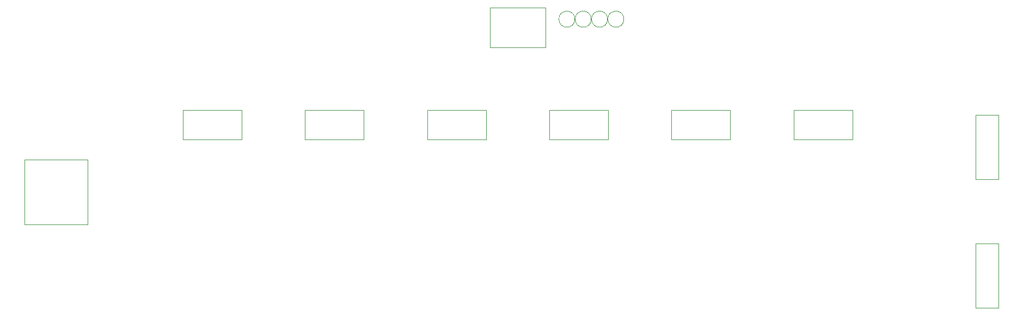
<source format=gbr>
G04 #@! TF.GenerationSoftware,KiCad,Pcbnew,5.1.7-a382d34a8~88~ubuntu20.04.1*
G04 #@! TF.CreationDate,2021-04-25T17:54:28-07:00*
G04 #@! TF.ProjectId,keypad-base,6b657970-6164-42d6-9261-73652e6b6963,Apr2021a*
G04 #@! TF.SameCoordinates,Original*
G04 #@! TF.FileFunction,Other,User*
%FSLAX46Y46*%
G04 Gerber Fmt 4.6, Leading zero omitted, Abs format (unit mm)*
G04 Created by KiCad (PCBNEW 5.1.7-a382d34a8~88~ubuntu20.04.1) date 2021-04-25 17:54:28*
%MOMM*%
%LPD*%
G01*
G04 APERTURE LIST*
%ADD10C,0.120000*%
%ADD11C,0.050000*%
G04 APERTURE END LIST*
D10*
G04 #@! TO.C,SW8*
X237750000Y-100900000D02*
X241250000Y-100900000D01*
X241250000Y-100900000D02*
X241250000Y-90900000D01*
X241250000Y-90900000D02*
X237750000Y-90900000D01*
X237750000Y-90900000D02*
X237750000Y-100900000D01*
G04 #@! TO.C,SW1*
X237750000Y-80900000D02*
X241250000Y-80900000D01*
X241250000Y-80900000D02*
X241250000Y-70900000D01*
X241250000Y-70900000D02*
X237750000Y-70900000D01*
X237750000Y-70900000D02*
X237750000Y-80900000D01*
G04 #@! TO.C,J1*
X99600000Y-87870000D02*
X99600000Y-77800000D01*
X99600000Y-77800000D02*
X89850000Y-77800000D01*
X99600000Y-87870000D02*
X89850000Y-87870000D01*
X89850000Y-87870000D02*
X89850000Y-77800000D01*
G04 #@! TO.C,U8*
X218572000Y-70138000D02*
X218572000Y-74710000D01*
X218572000Y-74710000D02*
X209428000Y-74710000D01*
X209428000Y-74710000D02*
X209428000Y-70138000D01*
X209428000Y-70138000D02*
X218572000Y-70138000D01*
G04 #@! TO.C,U7*
X199572000Y-70138000D02*
X199572000Y-74710000D01*
X199572000Y-74710000D02*
X190428000Y-74710000D01*
X190428000Y-74710000D02*
X190428000Y-70138000D01*
X190428000Y-70138000D02*
X199572000Y-70138000D01*
G04 #@! TO.C,U6*
X180572000Y-70138000D02*
X180572000Y-74710000D01*
X180572000Y-74710000D02*
X171428000Y-74710000D01*
X171428000Y-74710000D02*
X171428000Y-70138000D01*
X171428000Y-70138000D02*
X180572000Y-70138000D01*
G04 #@! TO.C,U5*
X161572000Y-70138000D02*
X161572000Y-74710000D01*
X161572000Y-74710000D02*
X152428000Y-74710000D01*
X152428000Y-74710000D02*
X152428000Y-70138000D01*
X152428000Y-70138000D02*
X161572000Y-70138000D01*
G04 #@! TO.C,U4*
X142572000Y-70138000D02*
X142572000Y-74710000D01*
X142572000Y-74710000D02*
X133428000Y-74710000D01*
X133428000Y-74710000D02*
X133428000Y-70138000D01*
X133428000Y-70138000D02*
X142572000Y-70138000D01*
G04 #@! TO.C,U3*
X123572000Y-70138000D02*
X123572000Y-74710000D01*
X123572000Y-74710000D02*
X114428000Y-74710000D01*
X114428000Y-74710000D02*
X114428000Y-70138000D01*
X114428000Y-70138000D02*
X123572000Y-70138000D01*
D11*
G04 #@! TO.C,TMS1*
X177950000Y-56000000D02*
G75*
G03*
X177950000Y-56000000I-1250000J0D01*
G01*
G04 #@! TO.C,TDO1*
X180490000Y-56000000D02*
G75*
G03*
X180490000Y-56000000I-1250000J0D01*
G01*
G04 #@! TO.C,TDI1*
X183030000Y-56000000D02*
G75*
G03*
X183030000Y-56000000I-1250000J0D01*
G01*
G04 #@! TO.C,TCK1*
X175410000Y-56000000D02*
G75*
G03*
X175410000Y-56000000I-1250000J0D01*
G01*
G04 #@! TO.C,CON1*
X162200000Y-60350000D02*
X162200000Y-54200000D01*
X170850000Y-60350000D02*
X162200000Y-60350000D01*
X170850000Y-54200000D02*
X170850000Y-60350000D01*
X162200000Y-54200000D02*
X170850000Y-54200000D01*
G04 #@! TD*
M02*

</source>
